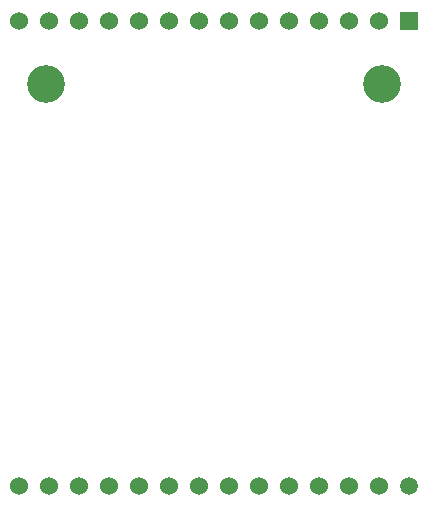
<source format=gbr>
%TF.GenerationSoftware,KiCad,Pcbnew,(6.0.4-0)*%
%TF.CreationDate,2022-08-06T12:57:23-04:00*%
%TF.ProjectId,QuarkCncStepperDrivers,51756172-6b43-46e6-9353-746570706572,rev?*%
%TF.SameCoordinates,Original*%
%TF.FileFunction,Soldermask,Bot*%
%TF.FilePolarity,Negative*%
%FSLAX46Y46*%
G04 Gerber Fmt 4.6, Leading zero omitted, Abs format (unit mm)*
G04 Created by KiCad (PCBNEW (6.0.4-0)) date 2022-08-06 12:57:23*
%MOMM*%
%LPD*%
G01*
G04 APERTURE LIST*
%ADD10R,1.524000X1.524000*%
%ADD11C,1.524000*%
%ADD12C,1.498600*%
%ADD13C,3.200000*%
G04 APERTURE END LIST*
D10*
%TO.C,J1*%
X134620000Y-104775000D03*
D11*
X132080000Y-104775000D03*
X129540000Y-104775000D03*
X127000000Y-104775000D03*
X124460000Y-104775000D03*
X121920000Y-104775000D03*
X119380000Y-104775000D03*
X116840000Y-104775000D03*
X114300000Y-104775000D03*
X111760000Y-104775000D03*
X109220000Y-104775000D03*
X106680000Y-104775000D03*
X104140000Y-104775000D03*
X101600000Y-104775000D03*
%TD*%
%TO.C,J2*%
X101610000Y-144145000D03*
X104150000Y-144145000D03*
X106690000Y-144145000D03*
X109230000Y-144145000D03*
X111770000Y-144145000D03*
X114310000Y-144145000D03*
X116850000Y-144145000D03*
X119390000Y-144145000D03*
X121930000Y-144145000D03*
X124470000Y-144145000D03*
X127010000Y-144145000D03*
X129550000Y-144145000D03*
X132090000Y-144145000D03*
D12*
X134630000Y-144145000D03*
%TD*%
D13*
%TO.C,H2*%
X132334000Y-110109000D03*
%TD*%
%TO.C,H1*%
X103886000Y-110109000D03*
%TD*%
M02*

</source>
